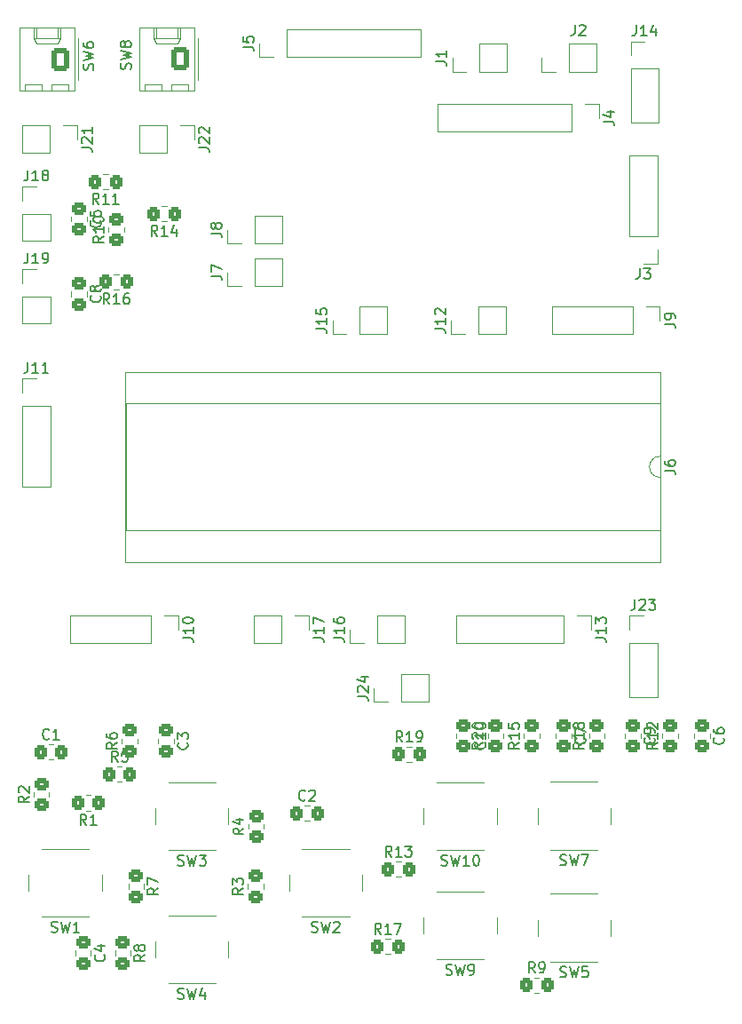
<source format=gto>
G04 #@! TF.GenerationSoftware,KiCad,Pcbnew,(6.0.10)*
G04 #@! TF.CreationDate,2023-02-06T13:34:11-03:00*
G04 #@! TF.ProjectId,Core_HW,436f7265-5f48-4572-9e6b-696361645f70,rev?*
G04 #@! TF.SameCoordinates,Original*
G04 #@! TF.FileFunction,Legend,Top*
G04 #@! TF.FilePolarity,Positive*
%FSLAX46Y46*%
G04 Gerber Fmt 4.6, Leading zero omitted, Abs format (unit mm)*
G04 Created by KiCad (PCBNEW (6.0.10)) date 2023-02-06 13:34:11*
%MOMM*%
%LPD*%
G01*
G04 APERTURE LIST*
G04 Aperture macros list*
%AMRoundRect*
0 Rectangle with rounded corners*
0 $1 Rounding radius*
0 $2 $3 $4 $5 $6 $7 $8 $9 X,Y pos of 4 corners*
0 Add a 4 corners polygon primitive as box body*
4,1,4,$2,$3,$4,$5,$6,$7,$8,$9,$2,$3,0*
0 Add four circle primitives for the rounded corners*
1,1,$1+$1,$2,$3*
1,1,$1+$1,$4,$5*
1,1,$1+$1,$6,$7*
1,1,$1+$1,$8,$9*
0 Add four rect primitives between the rounded corners*
20,1,$1+$1,$2,$3,$4,$5,0*
20,1,$1+$1,$4,$5,$6,$7,0*
20,1,$1+$1,$6,$7,$8,$9,0*
20,1,$1+$1,$8,$9,$2,$3,0*%
G04 Aperture macros list end*
%ADD10C,0.150000*%
%ADD11C,0.120000*%
%ADD12RoundRect,0.250000X-0.450000X0.350000X-0.450000X-0.350000X0.450000X-0.350000X0.450000X0.350000X0*%
%ADD13R,1.700000X1.700000*%
%ADD14O,1.700000X1.700000*%
%ADD15C,2.000000*%
%ADD16RoundRect,0.250000X-0.350000X-0.450000X0.350000X-0.450000X0.350000X0.450000X-0.350000X0.450000X0*%
%ADD17R,1.600000X2.400000*%
%ADD18O,1.600000X2.400000*%
%ADD19RoundRect,0.250000X0.350000X0.450000X-0.350000X0.450000X-0.350000X-0.450000X0.350000X-0.450000X0*%
%ADD20RoundRect,0.250000X0.450000X-0.350000X0.450000X0.350000X-0.450000X0.350000X-0.450000X-0.350000X0*%
%ADD21RoundRect,0.250000X0.620000X0.845000X-0.620000X0.845000X-0.620000X-0.845000X0.620000X-0.845000X0*%
%ADD22O,1.740000X2.190000*%
G04 APERTURE END LIST*
D10*
X101575142Y-96702666D02*
X101622761Y-96750285D01*
X101670380Y-96893142D01*
X101670380Y-96988380D01*
X101622761Y-97131238D01*
X101527523Y-97226476D01*
X101432285Y-97274095D01*
X101241809Y-97321714D01*
X101098952Y-97321714D01*
X100908476Y-97274095D01*
X100813238Y-97226476D01*
X100718000Y-97131238D01*
X100670380Y-96988380D01*
X100670380Y-96893142D01*
X100718000Y-96750285D01*
X100765619Y-96702666D01*
X101098952Y-96131238D02*
X101051333Y-96226476D01*
X101003714Y-96274095D01*
X100908476Y-96321714D01*
X100860857Y-96321714D01*
X100765619Y-96274095D01*
X100718000Y-96226476D01*
X100670380Y-96131238D01*
X100670380Y-95940761D01*
X100718000Y-95845523D01*
X100765619Y-95797904D01*
X100860857Y-95750285D01*
X100908476Y-95750285D01*
X101003714Y-95797904D01*
X101051333Y-95845523D01*
X101098952Y-95940761D01*
X101098952Y-96131238D01*
X101146571Y-96226476D01*
X101194190Y-96274095D01*
X101289428Y-96321714D01*
X101479904Y-96321714D01*
X101575142Y-96274095D01*
X101622761Y-96226476D01*
X101670380Y-96131238D01*
X101670380Y-95940761D01*
X101622761Y-95845523D01*
X101575142Y-95797904D01*
X101479904Y-95750285D01*
X101289428Y-95750285D01*
X101194190Y-95797904D01*
X101146571Y-95845523D01*
X101098952Y-95940761D01*
X105861380Y-159551666D02*
X105385190Y-159885000D01*
X105861380Y-160123095D02*
X104861380Y-160123095D01*
X104861380Y-159742142D01*
X104909000Y-159646904D01*
X104956619Y-159599285D01*
X105051857Y-159551666D01*
X105194714Y-159551666D01*
X105289952Y-159599285D01*
X105337571Y-159646904D01*
X105385190Y-159742142D01*
X105385190Y-160123095D01*
X105289952Y-158980238D02*
X105242333Y-159075476D01*
X105194714Y-159123095D01*
X105099476Y-159170714D01*
X105051857Y-159170714D01*
X104956619Y-159123095D01*
X104909000Y-159075476D01*
X104861380Y-158980238D01*
X104861380Y-158789761D01*
X104909000Y-158694523D01*
X104956619Y-158646904D01*
X105051857Y-158599285D01*
X105099476Y-158599285D01*
X105194714Y-158646904D01*
X105242333Y-158694523D01*
X105289952Y-158789761D01*
X105289952Y-158980238D01*
X105337571Y-159075476D01*
X105385190Y-159123095D01*
X105480428Y-159170714D01*
X105670904Y-159170714D01*
X105766142Y-159123095D01*
X105813761Y-159075476D01*
X105861380Y-158980238D01*
X105861380Y-158789761D01*
X105813761Y-158694523D01*
X105766142Y-158646904D01*
X105670904Y-158599285D01*
X105480428Y-158599285D01*
X105385190Y-158646904D01*
X105337571Y-158694523D01*
X105289952Y-158789761D01*
X112179380Y-90757333D02*
X112893666Y-90757333D01*
X113036523Y-90804952D01*
X113131761Y-90900190D01*
X113179380Y-91043047D01*
X113179380Y-91138285D01*
X112607952Y-90138285D02*
X112560333Y-90233523D01*
X112512714Y-90281142D01*
X112417476Y-90328761D01*
X112369857Y-90328761D01*
X112274619Y-90281142D01*
X112227000Y-90233523D01*
X112179380Y-90138285D01*
X112179380Y-89947809D01*
X112227000Y-89852571D01*
X112274619Y-89804952D01*
X112369857Y-89757333D01*
X112417476Y-89757333D01*
X112512714Y-89804952D01*
X112560333Y-89852571D01*
X112607952Y-89947809D01*
X112607952Y-90138285D01*
X112655571Y-90233523D01*
X112703190Y-90281142D01*
X112798428Y-90328761D01*
X112988904Y-90328761D01*
X113084142Y-90281142D01*
X113131761Y-90233523D01*
X113179380Y-90138285D01*
X113179380Y-89947809D01*
X113131761Y-89852571D01*
X113084142Y-89804952D01*
X112988904Y-89757333D01*
X112798428Y-89757333D01*
X112703190Y-89804952D01*
X112655571Y-89852571D01*
X112607952Y-89947809D01*
X153082666Y-94101380D02*
X153082666Y-94815666D01*
X153035047Y-94958523D01*
X152939809Y-95053761D01*
X152796952Y-95101380D01*
X152701714Y-95101380D01*
X153463619Y-94101380D02*
X154082666Y-94101380D01*
X153749333Y-94482333D01*
X153892190Y-94482333D01*
X153987428Y-94529952D01*
X154035047Y-94577571D01*
X154082666Y-94672809D01*
X154082666Y-94910904D01*
X154035047Y-95006142D01*
X153987428Y-95053761D01*
X153892190Y-95101380D01*
X153606476Y-95101380D01*
X153511238Y-95053761D01*
X153463619Y-95006142D01*
X109006666Y-150994761D02*
X109149523Y-151042380D01*
X109387619Y-151042380D01*
X109482857Y-150994761D01*
X109530476Y-150947142D01*
X109578095Y-150851904D01*
X109578095Y-150756666D01*
X109530476Y-150661428D01*
X109482857Y-150613809D01*
X109387619Y-150566190D01*
X109197142Y-150518571D01*
X109101904Y-150470952D01*
X109054285Y-150423333D01*
X109006666Y-150328095D01*
X109006666Y-150232857D01*
X109054285Y-150137619D01*
X109101904Y-150090000D01*
X109197142Y-150042380D01*
X109435238Y-150042380D01*
X109578095Y-150090000D01*
X109911428Y-150042380D02*
X110149523Y-151042380D01*
X110340000Y-150328095D01*
X110530476Y-151042380D01*
X110768571Y-150042380D01*
X111054285Y-150042380D02*
X111673333Y-150042380D01*
X111340000Y-150423333D01*
X111482857Y-150423333D01*
X111578095Y-150470952D01*
X111625714Y-150518571D01*
X111673333Y-150613809D01*
X111673333Y-150851904D01*
X111625714Y-150947142D01*
X111578095Y-150994761D01*
X111482857Y-151042380D01*
X111197142Y-151042380D01*
X111101904Y-150994761D01*
X111054285Y-150947142D01*
X134608666Y-161408761D02*
X134751523Y-161456380D01*
X134989619Y-161456380D01*
X135084857Y-161408761D01*
X135132476Y-161361142D01*
X135180095Y-161265904D01*
X135180095Y-161170666D01*
X135132476Y-161075428D01*
X135084857Y-161027809D01*
X134989619Y-160980190D01*
X134799142Y-160932571D01*
X134703904Y-160884952D01*
X134656285Y-160837333D01*
X134608666Y-160742095D01*
X134608666Y-160646857D01*
X134656285Y-160551619D01*
X134703904Y-160504000D01*
X134799142Y-160456380D01*
X135037238Y-160456380D01*
X135180095Y-160504000D01*
X135513428Y-160456380D02*
X135751523Y-161456380D01*
X135942000Y-160742095D01*
X136132476Y-161456380D01*
X136370571Y-160456380D01*
X136799142Y-161456380D02*
X136989619Y-161456380D01*
X137084857Y-161408761D01*
X137132476Y-161361142D01*
X137227714Y-161218285D01*
X137275333Y-161027809D01*
X137275333Y-160646857D01*
X137227714Y-160551619D01*
X137180095Y-160504000D01*
X137084857Y-160456380D01*
X136894380Y-160456380D01*
X136799142Y-160504000D01*
X136751523Y-160551619D01*
X136703904Y-160646857D01*
X136703904Y-160884952D01*
X136751523Y-160980190D01*
X136799142Y-161027809D01*
X136894380Y-161075428D01*
X137084857Y-161075428D01*
X137180095Y-161027809D01*
X137227714Y-160980190D01*
X137275333Y-160884952D01*
X128389142Y-157552380D02*
X128055809Y-157076190D01*
X127817714Y-157552380D02*
X127817714Y-156552380D01*
X128198666Y-156552380D01*
X128293904Y-156600000D01*
X128341523Y-156647619D01*
X128389142Y-156742857D01*
X128389142Y-156885714D01*
X128341523Y-156980952D01*
X128293904Y-157028571D01*
X128198666Y-157076190D01*
X127817714Y-157076190D01*
X129341523Y-157552380D02*
X128770095Y-157552380D01*
X129055809Y-157552380D02*
X129055809Y-156552380D01*
X128960571Y-156695238D01*
X128865333Y-156790476D01*
X128770095Y-156838095D01*
X129674857Y-156552380D02*
X130341523Y-156552380D01*
X129912952Y-157552380D01*
X129405142Y-150186380D02*
X129071809Y-149710190D01*
X128833714Y-150186380D02*
X128833714Y-149186380D01*
X129214666Y-149186380D01*
X129309904Y-149234000D01*
X129357523Y-149281619D01*
X129405142Y-149376857D01*
X129405142Y-149519714D01*
X129357523Y-149614952D01*
X129309904Y-149662571D01*
X129214666Y-149710190D01*
X128833714Y-149710190D01*
X130357523Y-150186380D02*
X129786095Y-150186380D01*
X130071809Y-150186380D02*
X130071809Y-149186380D01*
X129976571Y-149329238D01*
X129881333Y-149424476D01*
X129786095Y-149472095D01*
X130690857Y-149186380D02*
X131309904Y-149186380D01*
X130976571Y-149567333D01*
X131119428Y-149567333D01*
X131214666Y-149614952D01*
X131262285Y-149662571D01*
X131309904Y-149757809D01*
X131309904Y-149995904D01*
X131262285Y-150091142D01*
X131214666Y-150138761D01*
X131119428Y-150186380D01*
X130833714Y-150186380D01*
X130738476Y-150138761D01*
X130690857Y-150091142D01*
X155452380Y-113363333D02*
X156166666Y-113363333D01*
X156309523Y-113410952D01*
X156404761Y-113506190D01*
X156452380Y-113649047D01*
X156452380Y-113744285D01*
X155452380Y-112458571D02*
X155452380Y-112649047D01*
X155500000Y-112744285D01*
X155547619Y-112791904D01*
X155690476Y-112887142D01*
X155880952Y-112934761D01*
X156261904Y-112934761D01*
X156357142Y-112887142D01*
X156404761Y-112839523D01*
X156452380Y-112744285D01*
X156452380Y-112553809D01*
X156404761Y-112458571D01*
X156357142Y-112410952D01*
X156261904Y-112363333D01*
X156023809Y-112363333D01*
X155928571Y-112410952D01*
X155880952Y-112458571D01*
X155833333Y-112553809D01*
X155833333Y-112744285D01*
X155880952Y-112839523D01*
X155928571Y-112887142D01*
X156023809Y-112934761D01*
X123863380Y-129333523D02*
X124577666Y-129333523D01*
X124720523Y-129381142D01*
X124815761Y-129476380D01*
X124863380Y-129619238D01*
X124863380Y-129714476D01*
X124863380Y-128333523D02*
X124863380Y-128904952D01*
X124863380Y-128619238D02*
X123863380Y-128619238D01*
X124006238Y-128714476D01*
X124101476Y-128809714D01*
X124149095Y-128904952D01*
X123863380Y-127476380D02*
X123863380Y-127666857D01*
X123911000Y-127762095D01*
X123958619Y-127809714D01*
X124101476Y-127904952D01*
X124291952Y-127952571D01*
X124672904Y-127952571D01*
X124768142Y-127904952D01*
X124815761Y-127857333D01*
X124863380Y-127762095D01*
X124863380Y-127571619D01*
X124815761Y-127476380D01*
X124768142Y-127428761D01*
X124672904Y-127381142D01*
X124434809Y-127381142D01*
X124339571Y-127428761D01*
X124291952Y-127476380D01*
X124244333Y-127571619D01*
X124244333Y-127762095D01*
X124291952Y-127857333D01*
X124339571Y-127904952D01*
X124434809Y-127952571D01*
X146885066Y-70902580D02*
X146885066Y-71616866D01*
X146837447Y-71759723D01*
X146742209Y-71854961D01*
X146599352Y-71902580D01*
X146504114Y-71902580D01*
X147313638Y-70997819D02*
X147361257Y-70950200D01*
X147456495Y-70902580D01*
X147694590Y-70902580D01*
X147789828Y-70950200D01*
X147837447Y-70997819D01*
X147885066Y-71093057D01*
X147885066Y-71188295D01*
X147837447Y-71331152D01*
X147266019Y-71902580D01*
X147885066Y-71902580D01*
X100290333Y-147172380D02*
X99957000Y-146696190D01*
X99718904Y-147172380D02*
X99718904Y-146172380D01*
X100099857Y-146172380D01*
X100195095Y-146220000D01*
X100242714Y-146267619D01*
X100290333Y-146362857D01*
X100290333Y-146505714D01*
X100242714Y-146600952D01*
X100195095Y-146648571D01*
X100099857Y-146696190D01*
X99718904Y-146696190D01*
X101242714Y-147172380D02*
X100671285Y-147172380D01*
X100957000Y-147172380D02*
X100957000Y-146172380D01*
X100861761Y-146315238D01*
X100766523Y-146410476D01*
X100671285Y-146458095D01*
X148843380Y-129333523D02*
X149557666Y-129333523D01*
X149700523Y-129381142D01*
X149795761Y-129476380D01*
X149843380Y-129619238D01*
X149843380Y-129714476D01*
X149843380Y-128333523D02*
X149843380Y-128904952D01*
X149843380Y-128619238D02*
X148843380Y-128619238D01*
X148986238Y-128714476D01*
X149081476Y-128809714D01*
X149129095Y-128904952D01*
X148843380Y-128000190D02*
X148843380Y-127381142D01*
X149224333Y-127714476D01*
X149224333Y-127571619D01*
X149271952Y-127476380D01*
X149319571Y-127428761D01*
X149414809Y-127381142D01*
X149652904Y-127381142D01*
X149748142Y-127428761D01*
X149795761Y-127476380D01*
X149843380Y-127571619D01*
X149843380Y-127857333D01*
X149795761Y-127952571D01*
X149748142Y-128000190D01*
X94694476Y-103050380D02*
X94694476Y-103764666D01*
X94646857Y-103907523D01*
X94551619Y-104002761D01*
X94408761Y-104050380D01*
X94313523Y-104050380D01*
X95694476Y-104050380D02*
X95123047Y-104050380D01*
X95408761Y-104050380D02*
X95408761Y-103050380D01*
X95313523Y-103193238D01*
X95218285Y-103288476D01*
X95123047Y-103336095D01*
X96646857Y-104050380D02*
X96075428Y-104050380D01*
X96361142Y-104050380D02*
X96361142Y-103050380D01*
X96265904Y-103193238D01*
X96170666Y-103288476D01*
X96075428Y-103336095D01*
X147803142Y-138850666D02*
X147850761Y-138898285D01*
X147898380Y-139041142D01*
X147898380Y-139136380D01*
X147850761Y-139279238D01*
X147755523Y-139374476D01*
X147660285Y-139422095D01*
X147469809Y-139469714D01*
X147326952Y-139469714D01*
X147136476Y-139422095D01*
X147041238Y-139374476D01*
X146946000Y-139279238D01*
X146898380Y-139136380D01*
X146898380Y-139041142D01*
X146946000Y-138898285D01*
X146993619Y-138850666D01*
X146898380Y-138517333D02*
X146898380Y-137850666D01*
X147898380Y-138279238D01*
X99826380Y-82597523D02*
X100540666Y-82597523D01*
X100683523Y-82645142D01*
X100778761Y-82740380D01*
X100826380Y-82883238D01*
X100826380Y-82978476D01*
X99921619Y-82168952D02*
X99874000Y-82121333D01*
X99826380Y-82026095D01*
X99826380Y-81788000D01*
X99874000Y-81692761D01*
X99921619Y-81645142D01*
X100016857Y-81597523D01*
X100112095Y-81597523D01*
X100254952Y-81645142D01*
X100826380Y-82216571D01*
X100826380Y-81597523D01*
X100826380Y-80645142D02*
X100826380Y-81216571D01*
X100826380Y-80930857D02*
X99826380Y-80930857D01*
X99969238Y-81026095D01*
X100064476Y-81121333D01*
X100112095Y-81216571D01*
X94804380Y-144438666D02*
X94328190Y-144772000D01*
X94804380Y-145010095D02*
X93804380Y-145010095D01*
X93804380Y-144629142D01*
X93852000Y-144533904D01*
X93899619Y-144486285D01*
X93994857Y-144438666D01*
X94137714Y-144438666D01*
X94232952Y-144486285D01*
X94280571Y-144533904D01*
X94328190Y-144629142D01*
X94328190Y-145010095D01*
X93899619Y-144057714D02*
X93852000Y-144010095D01*
X93804380Y-143914857D01*
X93804380Y-143676761D01*
X93852000Y-143581523D01*
X93899619Y-143533904D01*
X93994857Y-143486285D01*
X94090095Y-143486285D01*
X94232952Y-143533904D01*
X94804380Y-144105333D01*
X94804380Y-143486285D01*
X145478666Y-150958761D02*
X145621523Y-151006380D01*
X145859619Y-151006380D01*
X145954857Y-150958761D01*
X146002476Y-150911142D01*
X146050095Y-150815904D01*
X146050095Y-150720666D01*
X146002476Y-150625428D01*
X145954857Y-150577809D01*
X145859619Y-150530190D01*
X145669142Y-150482571D01*
X145573904Y-150434952D01*
X145526285Y-150387333D01*
X145478666Y-150292095D01*
X145478666Y-150196857D01*
X145526285Y-150101619D01*
X145573904Y-150054000D01*
X145669142Y-150006380D01*
X145907238Y-150006380D01*
X146050095Y-150054000D01*
X146383428Y-150006380D02*
X146621523Y-151006380D01*
X146812000Y-150292095D01*
X147002476Y-151006380D01*
X147240571Y-150006380D01*
X147526285Y-150006380D02*
X148192952Y-150006380D01*
X147764380Y-151006380D01*
X122212380Y-99869523D02*
X122926666Y-99869523D01*
X123069523Y-99917142D01*
X123164761Y-100012380D01*
X123212380Y-100155238D01*
X123212380Y-100250476D01*
X123212380Y-98869523D02*
X123212380Y-99440952D01*
X123212380Y-99155238D02*
X122212380Y-99155238D01*
X122355238Y-99250476D01*
X122450476Y-99345714D01*
X122498095Y-99440952D01*
X122212380Y-97964761D02*
X122212380Y-98440952D01*
X122688571Y-98488571D01*
X122640952Y-98440952D01*
X122593333Y-98345714D01*
X122593333Y-98107619D01*
X122640952Y-98012380D01*
X122688571Y-97964761D01*
X122783809Y-97917142D01*
X123021904Y-97917142D01*
X123117142Y-97964761D01*
X123164761Y-98012380D01*
X123212380Y-98107619D01*
X123212380Y-98345714D01*
X123164761Y-98440952D01*
X123117142Y-98488571D01*
X94694476Y-84747380D02*
X94694476Y-85461666D01*
X94646857Y-85604523D01*
X94551619Y-85699761D01*
X94408761Y-85747380D01*
X94313523Y-85747380D01*
X95694476Y-85747380D02*
X95123047Y-85747380D01*
X95408761Y-85747380D02*
X95408761Y-84747380D01*
X95313523Y-84890238D01*
X95218285Y-84985476D01*
X95123047Y-85033095D01*
X96265904Y-85175952D02*
X96170666Y-85128333D01*
X96123047Y-85080714D01*
X96075428Y-84985476D01*
X96075428Y-84937857D01*
X96123047Y-84842619D01*
X96170666Y-84795000D01*
X96265904Y-84747380D01*
X96456380Y-84747380D01*
X96551619Y-84795000D01*
X96599238Y-84842619D01*
X96646857Y-84937857D01*
X96646857Y-84985476D01*
X96599238Y-85080714D01*
X96551619Y-85128333D01*
X96456380Y-85175952D01*
X96265904Y-85175952D01*
X96170666Y-85223571D01*
X96123047Y-85271190D01*
X96075428Y-85366428D01*
X96075428Y-85556904D01*
X96123047Y-85652142D01*
X96170666Y-85699761D01*
X96265904Y-85747380D01*
X96456380Y-85747380D01*
X96551619Y-85699761D01*
X96599238Y-85652142D01*
X96646857Y-85556904D01*
X96646857Y-85366428D01*
X96599238Y-85271190D01*
X96551619Y-85223571D01*
X96456380Y-85175952D01*
X133515380Y-99869523D02*
X134229666Y-99869523D01*
X134372523Y-99917142D01*
X134467761Y-100012380D01*
X134515380Y-100155238D01*
X134515380Y-100250476D01*
X134515380Y-98869523D02*
X134515380Y-99440952D01*
X134515380Y-99155238D02*
X133515380Y-99155238D01*
X133658238Y-99250476D01*
X133753476Y-99345714D01*
X133801095Y-99440952D01*
X133610619Y-98488571D02*
X133563000Y-98440952D01*
X133515380Y-98345714D01*
X133515380Y-98107619D01*
X133563000Y-98012380D01*
X133610619Y-97964761D01*
X133705857Y-97917142D01*
X133801095Y-97917142D01*
X133943952Y-97964761D01*
X134515380Y-98536190D01*
X134515380Y-97917142D01*
X109006666Y-163694761D02*
X109149523Y-163742380D01*
X109387619Y-163742380D01*
X109482857Y-163694761D01*
X109530476Y-163647142D01*
X109578095Y-163551904D01*
X109578095Y-163456666D01*
X109530476Y-163361428D01*
X109482857Y-163313809D01*
X109387619Y-163266190D01*
X109197142Y-163218571D01*
X109101904Y-163170952D01*
X109054285Y-163123333D01*
X109006666Y-163028095D01*
X109006666Y-162932857D01*
X109054285Y-162837619D01*
X109101904Y-162790000D01*
X109197142Y-162742380D01*
X109435238Y-162742380D01*
X109578095Y-162790000D01*
X109911428Y-162742380D02*
X110149523Y-163742380D01*
X110340000Y-163028095D01*
X110530476Y-163742380D01*
X110768571Y-162742380D01*
X111578095Y-163075714D02*
X111578095Y-163742380D01*
X111340000Y-162694761D02*
X111101904Y-163409047D01*
X111720952Y-163409047D01*
X102481142Y-97489380D02*
X102147809Y-97013190D01*
X101909714Y-97489380D02*
X101909714Y-96489380D01*
X102290666Y-96489380D01*
X102385904Y-96537000D01*
X102433523Y-96584619D01*
X102481142Y-96679857D01*
X102481142Y-96822714D01*
X102433523Y-96917952D01*
X102385904Y-96965571D01*
X102290666Y-97013190D01*
X101909714Y-97013190D01*
X103433523Y-97489380D02*
X102862095Y-97489380D01*
X103147809Y-97489380D02*
X103147809Y-96489380D01*
X103052571Y-96632238D01*
X102957333Y-96727476D01*
X102862095Y-96775095D01*
X104290666Y-96489380D02*
X104100190Y-96489380D01*
X104004952Y-96537000D01*
X103957333Y-96584619D01*
X103862095Y-96727476D01*
X103814476Y-96917952D01*
X103814476Y-97298904D01*
X103862095Y-97394142D01*
X103909714Y-97441761D01*
X104004952Y-97489380D01*
X104195428Y-97489380D01*
X104290666Y-97441761D01*
X104338285Y-97394142D01*
X104385904Y-97298904D01*
X104385904Y-97060809D01*
X104338285Y-96965571D01*
X104290666Y-96917952D01*
X104195428Y-96870333D01*
X104004952Y-96870333D01*
X103909714Y-96917952D01*
X103862095Y-96965571D01*
X103814476Y-97060809D01*
X101575142Y-89558666D02*
X101622761Y-89606285D01*
X101670380Y-89749142D01*
X101670380Y-89844380D01*
X101622761Y-89987238D01*
X101527523Y-90082476D01*
X101432285Y-90130095D01*
X101241809Y-90177714D01*
X101098952Y-90177714D01*
X100908476Y-90130095D01*
X100813238Y-90082476D01*
X100718000Y-89987238D01*
X100670380Y-89844380D01*
X100670380Y-89749142D01*
X100718000Y-89606285D01*
X100765619Y-89558666D01*
X100670380Y-88653904D02*
X100670380Y-89130095D01*
X101146571Y-89177714D01*
X101098952Y-89130095D01*
X101051333Y-89034857D01*
X101051333Y-88796761D01*
X101098952Y-88701523D01*
X101146571Y-88653904D01*
X101241809Y-88606285D01*
X101479904Y-88606285D01*
X101575142Y-88653904D01*
X101622761Y-88701523D01*
X101670380Y-88796761D01*
X101670380Y-89034857D01*
X101622761Y-89130095D01*
X101575142Y-89177714D01*
X149610380Y-80089333D02*
X150324666Y-80089333D01*
X150467523Y-80136952D01*
X150562761Y-80232190D01*
X150610380Y-80375047D01*
X150610380Y-80470285D01*
X149943714Y-79184571D02*
X150610380Y-79184571D01*
X149562761Y-79422666D02*
X150277047Y-79660761D01*
X150277047Y-79041714D01*
X121924380Y-129333523D02*
X122638666Y-129333523D01*
X122781523Y-129381142D01*
X122876761Y-129476380D01*
X122924380Y-129619238D01*
X122924380Y-129714476D01*
X122924380Y-128333523D02*
X122924380Y-128904952D01*
X122924380Y-128619238D02*
X121924380Y-128619238D01*
X122067238Y-128714476D01*
X122162476Y-128809714D01*
X122210095Y-128904952D01*
X121924380Y-128000190D02*
X121924380Y-127333523D01*
X122924380Y-127762095D01*
X138268142Y-139326857D02*
X138315761Y-139374476D01*
X138363380Y-139517333D01*
X138363380Y-139612571D01*
X138315761Y-139755428D01*
X138220523Y-139850666D01*
X138125285Y-139898285D01*
X137934809Y-139945904D01*
X137791952Y-139945904D01*
X137601476Y-139898285D01*
X137506238Y-139850666D01*
X137411000Y-139755428D01*
X137363380Y-139612571D01*
X137363380Y-139517333D01*
X137411000Y-139374476D01*
X137458619Y-139326857D01*
X138363380Y-138374476D02*
X138363380Y-138945904D01*
X138363380Y-138660190D02*
X137363380Y-138660190D01*
X137506238Y-138755428D01*
X137601476Y-138850666D01*
X137649095Y-138945904D01*
X137363380Y-137755428D02*
X137363380Y-137660190D01*
X137411000Y-137564952D01*
X137458619Y-137517333D01*
X137553857Y-137469714D01*
X137744333Y-137422095D01*
X137982428Y-137422095D01*
X138172904Y-137469714D01*
X138268142Y-137517333D01*
X138315761Y-137564952D01*
X138363380Y-137660190D01*
X138363380Y-137755428D01*
X138315761Y-137850666D01*
X138268142Y-137898285D01*
X138172904Y-137945904D01*
X137982428Y-137993523D01*
X137744333Y-137993523D01*
X137553857Y-137945904D01*
X137458619Y-137898285D01*
X137411000Y-137850666D01*
X137363380Y-137755428D01*
X143073333Y-161245380D02*
X142740000Y-160769190D01*
X142501904Y-161245380D02*
X142501904Y-160245380D01*
X142882857Y-160245380D01*
X142978095Y-160293000D01*
X143025714Y-160340619D01*
X143073333Y-160435857D01*
X143073333Y-160578714D01*
X143025714Y-160673952D01*
X142978095Y-160721571D01*
X142882857Y-160769190D01*
X142501904Y-160769190D01*
X143549523Y-161245380D02*
X143740000Y-161245380D01*
X143835238Y-161197761D01*
X143882857Y-161150142D01*
X143978095Y-161007285D01*
X144025714Y-160816809D01*
X144025714Y-160435857D01*
X143978095Y-160340619D01*
X143930476Y-160293000D01*
X143835238Y-160245380D01*
X143644761Y-160245380D01*
X143549523Y-160293000D01*
X143501904Y-160340619D01*
X143454285Y-160435857D01*
X143454285Y-160673952D01*
X143501904Y-160769190D01*
X143549523Y-160816809D01*
X143644761Y-160864428D01*
X143835238Y-160864428D01*
X143930476Y-160816809D01*
X143978095Y-160769190D01*
X144025714Y-160673952D01*
X103272333Y-141137380D02*
X102939000Y-140661190D01*
X102700904Y-141137380D02*
X102700904Y-140137380D01*
X103081857Y-140137380D01*
X103177095Y-140185000D01*
X103224714Y-140232619D01*
X103272333Y-140327857D01*
X103272333Y-140470714D01*
X103224714Y-140565952D01*
X103177095Y-140613571D01*
X103081857Y-140661190D01*
X102700904Y-140661190D01*
X104177095Y-140137380D02*
X103700904Y-140137380D01*
X103653285Y-140613571D01*
X103700904Y-140565952D01*
X103796142Y-140518333D01*
X104034238Y-140518333D01*
X104129476Y-140565952D01*
X104177095Y-140613571D01*
X104224714Y-140708809D01*
X104224714Y-140946904D01*
X104177095Y-141042142D01*
X104129476Y-141089761D01*
X104034238Y-141137380D01*
X103796142Y-141137380D01*
X103700904Y-141089761D01*
X103653285Y-141042142D01*
X154407142Y-138850666D02*
X154454761Y-138898285D01*
X154502380Y-139041142D01*
X154502380Y-139136380D01*
X154454761Y-139279238D01*
X154359523Y-139374476D01*
X154264285Y-139422095D01*
X154073809Y-139469714D01*
X153930952Y-139469714D01*
X153740476Y-139422095D01*
X153645238Y-139374476D01*
X153550000Y-139279238D01*
X153502380Y-139136380D01*
X153502380Y-139041142D01*
X153550000Y-138898285D01*
X153597619Y-138850666D01*
X154502380Y-138374476D02*
X154502380Y-138184000D01*
X154454761Y-138088761D01*
X154407142Y-138041142D01*
X154264285Y-137945904D01*
X154073809Y-137898285D01*
X153692857Y-137898285D01*
X153597619Y-137945904D01*
X153550000Y-137993523D01*
X153502380Y-138088761D01*
X153502380Y-138279238D01*
X153550000Y-138374476D01*
X153597619Y-138422095D01*
X153692857Y-138469714D01*
X153930952Y-138469714D01*
X154026190Y-138422095D01*
X154073809Y-138374476D01*
X154121428Y-138279238D01*
X154121428Y-138088761D01*
X154073809Y-137993523D01*
X154026190Y-137945904D01*
X153930952Y-137898285D01*
X145478666Y-161626761D02*
X145621523Y-161674380D01*
X145859619Y-161674380D01*
X145954857Y-161626761D01*
X146002476Y-161579142D01*
X146050095Y-161483904D01*
X146050095Y-161388666D01*
X146002476Y-161293428D01*
X145954857Y-161245809D01*
X145859619Y-161198190D01*
X145669142Y-161150571D01*
X145573904Y-161102952D01*
X145526285Y-161055333D01*
X145478666Y-160960095D01*
X145478666Y-160864857D01*
X145526285Y-160769619D01*
X145573904Y-160722000D01*
X145669142Y-160674380D01*
X145907238Y-160674380D01*
X146050095Y-160722000D01*
X146383428Y-160674380D02*
X146621523Y-161674380D01*
X146812000Y-160960095D01*
X147002476Y-161674380D01*
X147240571Y-160674380D01*
X148097714Y-160674380D02*
X147621523Y-160674380D01*
X147573904Y-161150571D01*
X147621523Y-161102952D01*
X147716761Y-161055333D01*
X147954857Y-161055333D01*
X148050095Y-161102952D01*
X148097714Y-161150571D01*
X148145333Y-161245809D01*
X148145333Y-161483904D01*
X148097714Y-161579142D01*
X148050095Y-161626761D01*
X147954857Y-161674380D01*
X147716761Y-161674380D01*
X147621523Y-161626761D01*
X147573904Y-161579142D01*
X109891142Y-139326666D02*
X109938761Y-139374285D01*
X109986380Y-139517142D01*
X109986380Y-139612380D01*
X109938761Y-139755238D01*
X109843523Y-139850476D01*
X109748285Y-139898095D01*
X109557809Y-139945714D01*
X109414952Y-139945714D01*
X109224476Y-139898095D01*
X109129238Y-139850476D01*
X109034000Y-139755238D01*
X108986380Y-139612380D01*
X108986380Y-139517142D01*
X109034000Y-139374285D01*
X109081619Y-139326666D01*
X108986380Y-138993333D02*
X108986380Y-138374285D01*
X109367333Y-138707619D01*
X109367333Y-138564761D01*
X109414952Y-138469523D01*
X109462571Y-138421904D01*
X109557809Y-138374285D01*
X109795904Y-138374285D01*
X109891142Y-138421904D01*
X109938761Y-138469523D01*
X109986380Y-138564761D01*
X109986380Y-138850476D01*
X109938761Y-138945714D01*
X109891142Y-138993333D01*
X107053142Y-91002380D02*
X106719809Y-90526190D01*
X106481714Y-91002380D02*
X106481714Y-90002380D01*
X106862666Y-90002380D01*
X106957904Y-90050000D01*
X107005523Y-90097619D01*
X107053142Y-90192857D01*
X107053142Y-90335714D01*
X107005523Y-90430952D01*
X106957904Y-90478571D01*
X106862666Y-90526190D01*
X106481714Y-90526190D01*
X108005523Y-91002380D02*
X107434095Y-91002380D01*
X107719809Y-91002380D02*
X107719809Y-90002380D01*
X107624571Y-90145238D01*
X107529333Y-90240476D01*
X107434095Y-90288095D01*
X108862666Y-90335714D02*
X108862666Y-91002380D01*
X108624571Y-89954761D02*
X108386476Y-90669047D01*
X109005523Y-90669047D01*
X109478380Y-129333523D02*
X110192666Y-129333523D01*
X110335523Y-129381142D01*
X110430761Y-129476380D01*
X110478380Y-129619238D01*
X110478380Y-129714476D01*
X110478380Y-128333523D02*
X110478380Y-128904952D01*
X110478380Y-128619238D02*
X109478380Y-128619238D01*
X109621238Y-128714476D01*
X109716476Y-128809714D01*
X109764095Y-128904952D01*
X109478380Y-127714476D02*
X109478380Y-127619238D01*
X109526000Y-127524000D01*
X109573619Y-127476380D01*
X109668857Y-127428761D01*
X109859333Y-127381142D01*
X110097428Y-127381142D01*
X110287904Y-127428761D01*
X110383142Y-127476380D01*
X110430761Y-127524000D01*
X110478380Y-127619238D01*
X110478380Y-127714476D01*
X110430761Y-127809714D01*
X110383142Y-127857333D01*
X110287904Y-127904952D01*
X110097428Y-127952571D01*
X109859333Y-127952571D01*
X109668857Y-127904952D01*
X109573619Y-127857333D01*
X109526000Y-127809714D01*
X109478380Y-127714476D01*
X96734333Y-138915142D02*
X96686714Y-138962761D01*
X96543857Y-139010380D01*
X96448619Y-139010380D01*
X96305761Y-138962761D01*
X96210523Y-138867523D01*
X96162904Y-138772285D01*
X96115285Y-138581809D01*
X96115285Y-138438952D01*
X96162904Y-138248476D01*
X96210523Y-138153238D01*
X96305761Y-138058000D01*
X96448619Y-138010380D01*
X96543857Y-138010380D01*
X96686714Y-138058000D01*
X96734333Y-138105619D01*
X97686714Y-139010380D02*
X97115285Y-139010380D01*
X97401000Y-139010380D02*
X97401000Y-138010380D01*
X97305761Y-138153238D01*
X97210523Y-138248476D01*
X97115285Y-138296095D01*
X111002380Y-82597523D02*
X111716666Y-82597523D01*
X111859523Y-82645142D01*
X111954761Y-82740380D01*
X112002380Y-82883238D01*
X112002380Y-82978476D01*
X111097619Y-82168952D02*
X111050000Y-82121333D01*
X111002380Y-82026095D01*
X111002380Y-81788000D01*
X111050000Y-81692761D01*
X111097619Y-81645142D01*
X111192857Y-81597523D01*
X111288095Y-81597523D01*
X111430952Y-81645142D01*
X112002380Y-82216571D01*
X112002380Y-81597523D01*
X111097619Y-81216571D02*
X111050000Y-81168952D01*
X111002380Y-81073714D01*
X111002380Y-80835619D01*
X111050000Y-80740380D01*
X111097619Y-80692761D01*
X111192857Y-80645142D01*
X111288095Y-80645142D01*
X111430952Y-80692761D01*
X112002380Y-81264190D01*
X112002380Y-80645142D01*
X130421142Y-139244380D02*
X130087809Y-138768190D01*
X129849714Y-139244380D02*
X129849714Y-138244380D01*
X130230666Y-138244380D01*
X130325904Y-138292000D01*
X130373523Y-138339619D01*
X130421142Y-138434857D01*
X130421142Y-138577714D01*
X130373523Y-138672952D01*
X130325904Y-138720571D01*
X130230666Y-138768190D01*
X129849714Y-138768190D01*
X131373523Y-139244380D02*
X130802095Y-139244380D01*
X131087809Y-139244380D02*
X131087809Y-138244380D01*
X130992571Y-138387238D01*
X130897333Y-138482476D01*
X130802095Y-138530095D01*
X131849714Y-139244380D02*
X132040190Y-139244380D01*
X132135428Y-139196761D01*
X132183047Y-139149142D01*
X132278285Y-139006285D01*
X132325904Y-138815809D01*
X132325904Y-138434857D01*
X132278285Y-138339619D01*
X132230666Y-138292000D01*
X132135428Y-138244380D01*
X131944952Y-138244380D01*
X131849714Y-138292000D01*
X131802095Y-138339619D01*
X131754476Y-138434857D01*
X131754476Y-138672952D01*
X131802095Y-138768190D01*
X131849714Y-138815809D01*
X131944952Y-138863428D01*
X132135428Y-138863428D01*
X132230666Y-138815809D01*
X132278285Y-138768190D01*
X132325904Y-138672952D01*
X115232380Y-72977333D02*
X115946666Y-72977333D01*
X116089523Y-73024952D01*
X116184761Y-73120190D01*
X116232380Y-73263047D01*
X116232380Y-73358285D01*
X115232380Y-72024952D02*
X115232380Y-72501142D01*
X115708571Y-72548761D01*
X115660952Y-72501142D01*
X115613333Y-72405904D01*
X115613333Y-72167809D01*
X115660952Y-72072571D01*
X115708571Y-72024952D01*
X115803809Y-71977333D01*
X116041904Y-71977333D01*
X116137142Y-72024952D01*
X116184761Y-72072571D01*
X116232380Y-72167809D01*
X116232380Y-72405904D01*
X116184761Y-72501142D01*
X116137142Y-72548761D01*
X141550380Y-139326857D02*
X141074190Y-139660190D01*
X141550380Y-139898285D02*
X140550380Y-139898285D01*
X140550380Y-139517333D01*
X140598000Y-139422095D01*
X140645619Y-139374476D01*
X140740857Y-139326857D01*
X140883714Y-139326857D01*
X140978952Y-139374476D01*
X141026571Y-139422095D01*
X141074190Y-139517333D01*
X141074190Y-139898285D01*
X141550380Y-138374476D02*
X141550380Y-138945904D01*
X141550380Y-138660190D02*
X140550380Y-138660190D01*
X140693238Y-138755428D01*
X140788476Y-138850666D01*
X140836095Y-138945904D01*
X140550380Y-137469714D02*
X140550380Y-137945904D01*
X141026571Y-137993523D01*
X140978952Y-137945904D01*
X140931333Y-137850666D01*
X140931333Y-137612571D01*
X140978952Y-137517333D01*
X141026571Y-137469714D01*
X141121809Y-137422095D01*
X141359904Y-137422095D01*
X141455142Y-137469714D01*
X141502761Y-137517333D01*
X141550380Y-137612571D01*
X141550380Y-137850666D01*
X141502761Y-137945904D01*
X141455142Y-137993523D01*
X115241380Y-153201666D02*
X114765190Y-153535000D01*
X115241380Y-153773095D02*
X114241380Y-153773095D01*
X114241380Y-153392142D01*
X114289000Y-153296904D01*
X114336619Y-153249285D01*
X114431857Y-153201666D01*
X114574714Y-153201666D01*
X114669952Y-153249285D01*
X114717571Y-153296904D01*
X114765190Y-153392142D01*
X114765190Y-153773095D01*
X114241380Y-152868333D02*
X114241380Y-152249285D01*
X114622333Y-152582619D01*
X114622333Y-152439761D01*
X114669952Y-152344523D01*
X114717571Y-152296904D01*
X114812809Y-152249285D01*
X115050904Y-152249285D01*
X115146142Y-152296904D01*
X115193761Y-152344523D01*
X115241380Y-152439761D01*
X115241380Y-152725476D01*
X115193761Y-152820714D01*
X115146142Y-152868333D01*
X94694476Y-92626380D02*
X94694476Y-93340666D01*
X94646857Y-93483523D01*
X94551619Y-93578761D01*
X94408761Y-93626380D01*
X94313523Y-93626380D01*
X95694476Y-93626380D02*
X95123047Y-93626380D01*
X95408761Y-93626380D02*
X95408761Y-92626380D01*
X95313523Y-92769238D01*
X95218285Y-92864476D01*
X95123047Y-92912095D01*
X96170666Y-93626380D02*
X96361142Y-93626380D01*
X96456380Y-93578761D01*
X96504000Y-93531142D01*
X96599238Y-93388285D01*
X96646857Y-93197809D01*
X96646857Y-92816857D01*
X96599238Y-92721619D01*
X96551619Y-92674000D01*
X96456380Y-92626380D01*
X96265904Y-92626380D01*
X96170666Y-92674000D01*
X96123047Y-92721619D01*
X96075428Y-92816857D01*
X96075428Y-93054952D01*
X96123047Y-93150190D01*
X96170666Y-93197809D01*
X96265904Y-93245428D01*
X96456380Y-93245428D01*
X96551619Y-93197809D01*
X96599238Y-93150190D01*
X96646857Y-93054952D01*
X134132476Y-150994761D02*
X134275333Y-151042380D01*
X134513428Y-151042380D01*
X134608666Y-150994761D01*
X134656285Y-150947142D01*
X134703904Y-150851904D01*
X134703904Y-150756666D01*
X134656285Y-150661428D01*
X134608666Y-150613809D01*
X134513428Y-150566190D01*
X134322952Y-150518571D01*
X134227714Y-150470952D01*
X134180095Y-150423333D01*
X134132476Y-150328095D01*
X134132476Y-150232857D01*
X134180095Y-150137619D01*
X134227714Y-150090000D01*
X134322952Y-150042380D01*
X134561047Y-150042380D01*
X134703904Y-150090000D01*
X135037238Y-150042380D02*
X135275333Y-151042380D01*
X135465809Y-150328095D01*
X135656285Y-151042380D01*
X135894380Y-150042380D01*
X136799142Y-151042380D02*
X136227714Y-151042380D01*
X136513428Y-151042380D02*
X136513428Y-150042380D01*
X136418190Y-150185238D01*
X136322952Y-150280476D01*
X136227714Y-150328095D01*
X137418190Y-150042380D02*
X137513428Y-150042380D01*
X137608666Y-150090000D01*
X137656285Y-150137619D01*
X137703904Y-150232857D01*
X137751523Y-150423333D01*
X137751523Y-150661428D01*
X137703904Y-150851904D01*
X137656285Y-150947142D01*
X137608666Y-150994761D01*
X137513428Y-151042380D01*
X137418190Y-151042380D01*
X137322952Y-150994761D01*
X137275333Y-150947142D01*
X137227714Y-150851904D01*
X137180095Y-150661428D01*
X137180095Y-150423333D01*
X137227714Y-150232857D01*
X137275333Y-150137619D01*
X137322952Y-150090000D01*
X137418190Y-150042380D01*
X101926380Y-91066857D02*
X101450190Y-91400190D01*
X101926380Y-91638285D02*
X100926380Y-91638285D01*
X100926380Y-91257333D01*
X100974000Y-91162095D01*
X101021619Y-91114476D01*
X101116857Y-91066857D01*
X101259714Y-91066857D01*
X101354952Y-91114476D01*
X101402571Y-91162095D01*
X101450190Y-91257333D01*
X101450190Y-91638285D01*
X101926380Y-90114476D02*
X101926380Y-90685904D01*
X101926380Y-90400190D02*
X100926380Y-90400190D01*
X101069238Y-90495428D01*
X101164476Y-90590666D01*
X101212095Y-90685904D01*
X100926380Y-89495428D02*
X100926380Y-89400190D01*
X100974000Y-89304952D01*
X101021619Y-89257333D01*
X101116857Y-89209714D01*
X101307333Y-89162095D01*
X101545428Y-89162095D01*
X101735904Y-89209714D01*
X101831142Y-89257333D01*
X101878761Y-89304952D01*
X101926380Y-89400190D01*
X101926380Y-89495428D01*
X101878761Y-89590666D01*
X101831142Y-89638285D01*
X101735904Y-89685904D01*
X101545428Y-89733523D01*
X101307333Y-89733523D01*
X101116857Y-89685904D01*
X101021619Y-89638285D01*
X100974000Y-89590666D01*
X100926380Y-89495428D01*
X133637380Y-74374333D02*
X134351666Y-74374333D01*
X134494523Y-74421952D01*
X134589761Y-74517190D01*
X134637380Y-74660047D01*
X134637380Y-74755285D01*
X134637380Y-73374333D02*
X134637380Y-73945761D01*
X134637380Y-73660047D02*
X133637380Y-73660047D01*
X133780238Y-73755285D01*
X133875476Y-73850523D01*
X133923095Y-73945761D01*
X101966142Y-159551666D02*
X102013761Y-159599285D01*
X102061380Y-159742142D01*
X102061380Y-159837380D01*
X102013761Y-159980238D01*
X101918523Y-160075476D01*
X101823285Y-160123095D01*
X101632809Y-160170714D01*
X101489952Y-160170714D01*
X101299476Y-160123095D01*
X101204238Y-160075476D01*
X101109000Y-159980238D01*
X101061380Y-159837380D01*
X101061380Y-159742142D01*
X101109000Y-159599285D01*
X101156619Y-159551666D01*
X101394714Y-158694523D02*
X102061380Y-158694523D01*
X101013761Y-158932619D02*
X101728047Y-159170714D01*
X101728047Y-158551666D01*
X115271380Y-147486666D02*
X114795190Y-147820000D01*
X115271380Y-148058095D02*
X114271380Y-148058095D01*
X114271380Y-147677142D01*
X114319000Y-147581904D01*
X114366619Y-147534285D01*
X114461857Y-147486666D01*
X114604714Y-147486666D01*
X114699952Y-147534285D01*
X114747571Y-147581904D01*
X114795190Y-147677142D01*
X114795190Y-148058095D01*
X114604714Y-146629523D02*
X115271380Y-146629523D01*
X114223761Y-146867619D02*
X114938047Y-147105714D01*
X114938047Y-146486666D01*
X107131380Y-153201666D02*
X106655190Y-153535000D01*
X107131380Y-153773095D02*
X106131380Y-153773095D01*
X106131380Y-153392142D01*
X106179000Y-153296904D01*
X106226619Y-153249285D01*
X106321857Y-153201666D01*
X106464714Y-153201666D01*
X106559952Y-153249285D01*
X106607571Y-153296904D01*
X106655190Y-153392142D01*
X106655190Y-153773095D01*
X106131380Y-152868333D02*
X106131380Y-152201666D01*
X107131380Y-152630238D01*
X112179380Y-94821333D02*
X112893666Y-94821333D01*
X113036523Y-94868952D01*
X113131761Y-94964190D01*
X113179380Y-95107047D01*
X113179380Y-95202285D01*
X112179380Y-94440380D02*
X112179380Y-93773714D01*
X113179380Y-94202285D01*
X152733476Y-70924380D02*
X152733476Y-71638666D01*
X152685857Y-71781523D01*
X152590619Y-71876761D01*
X152447761Y-71924380D01*
X152352523Y-71924380D01*
X153733476Y-71924380D02*
X153162047Y-71924380D01*
X153447761Y-71924380D02*
X153447761Y-70924380D01*
X153352523Y-71067238D01*
X153257285Y-71162476D01*
X153162047Y-71210095D01*
X154590619Y-71257714D02*
X154590619Y-71924380D01*
X154352523Y-70876761D02*
X154114428Y-71591047D01*
X154733476Y-71591047D01*
X161011142Y-138850666D02*
X161058761Y-138898285D01*
X161106380Y-139041142D01*
X161106380Y-139136380D01*
X161058761Y-139279238D01*
X160963523Y-139374476D01*
X160868285Y-139422095D01*
X160677809Y-139469714D01*
X160534952Y-139469714D01*
X160344476Y-139422095D01*
X160249238Y-139374476D01*
X160154000Y-139279238D01*
X160106380Y-139136380D01*
X160106380Y-139041142D01*
X160154000Y-138898285D01*
X160201619Y-138850666D01*
X160106380Y-137993523D02*
X160106380Y-138184000D01*
X160154000Y-138279238D01*
X160201619Y-138326857D01*
X160344476Y-138422095D01*
X160534952Y-138469714D01*
X160915904Y-138469714D01*
X161011142Y-138422095D01*
X161058761Y-138374476D01*
X161106380Y-138279238D01*
X161106380Y-138088761D01*
X161058761Y-137993523D01*
X161011142Y-137945904D01*
X160915904Y-137898285D01*
X160677809Y-137898285D01*
X160582571Y-137945904D01*
X160534952Y-137993523D01*
X160487333Y-138088761D01*
X160487333Y-138279238D01*
X160534952Y-138374476D01*
X160582571Y-138422095D01*
X160677809Y-138469714D01*
X155442380Y-99393333D02*
X156156666Y-99393333D01*
X156299523Y-99440952D01*
X156394761Y-99536190D01*
X156442380Y-99679047D01*
X156442380Y-99774285D01*
X156442380Y-98869523D02*
X156442380Y-98679047D01*
X156394761Y-98583809D01*
X156347142Y-98536190D01*
X156204285Y-98440952D01*
X156013809Y-98393333D01*
X155632857Y-98393333D01*
X155537619Y-98440952D01*
X155490000Y-98488571D01*
X155442380Y-98583809D01*
X155442380Y-98774285D01*
X155490000Y-98869523D01*
X155537619Y-98917142D01*
X155632857Y-98964761D01*
X155870952Y-98964761D01*
X155966190Y-98917142D01*
X156013809Y-98869523D01*
X156061428Y-98774285D01*
X156061428Y-98583809D01*
X156013809Y-98488571D01*
X155966190Y-98440952D01*
X155870952Y-98393333D01*
X154758380Y-139326857D02*
X154282190Y-139660190D01*
X154758380Y-139898285D02*
X153758380Y-139898285D01*
X153758380Y-139517333D01*
X153806000Y-139422095D01*
X153853619Y-139374476D01*
X153948857Y-139326857D01*
X154091714Y-139326857D01*
X154186952Y-139374476D01*
X154234571Y-139422095D01*
X154282190Y-139517333D01*
X154282190Y-139898285D01*
X154758380Y-138374476D02*
X154758380Y-138945904D01*
X154758380Y-138660190D02*
X153758380Y-138660190D01*
X153901238Y-138755428D01*
X153996476Y-138850666D01*
X154044095Y-138945904D01*
X153853619Y-137993523D02*
X153806000Y-137945904D01*
X153758380Y-137850666D01*
X153758380Y-137612571D01*
X153806000Y-137517333D01*
X153853619Y-137469714D01*
X153948857Y-137422095D01*
X154044095Y-137422095D01*
X154186952Y-137469714D01*
X154758380Y-138041142D01*
X154758380Y-137422095D01*
X96941666Y-157344761D02*
X97084523Y-157392380D01*
X97322619Y-157392380D01*
X97417857Y-157344761D01*
X97465476Y-157297142D01*
X97513095Y-157201904D01*
X97513095Y-157106666D01*
X97465476Y-157011428D01*
X97417857Y-156963809D01*
X97322619Y-156916190D01*
X97132142Y-156868571D01*
X97036904Y-156820952D01*
X96989285Y-156773333D01*
X96941666Y-156678095D01*
X96941666Y-156582857D01*
X96989285Y-156487619D01*
X97036904Y-156440000D01*
X97132142Y-156392380D01*
X97370238Y-156392380D01*
X97513095Y-156440000D01*
X97846428Y-156392380D02*
X98084523Y-157392380D01*
X98275000Y-156678095D01*
X98465476Y-157392380D01*
X98703571Y-156392380D01*
X99608333Y-157392380D02*
X99036904Y-157392380D01*
X99322619Y-157392380D02*
X99322619Y-156392380D01*
X99227380Y-156535238D01*
X99132142Y-156630476D01*
X99036904Y-156678095D01*
X121157333Y-144757142D02*
X121109714Y-144804761D01*
X120966857Y-144852380D01*
X120871619Y-144852380D01*
X120728761Y-144804761D01*
X120633523Y-144709523D01*
X120585904Y-144614285D01*
X120538285Y-144423809D01*
X120538285Y-144280952D01*
X120585904Y-144090476D01*
X120633523Y-143995238D01*
X120728761Y-143900000D01*
X120871619Y-143852380D01*
X120966857Y-143852380D01*
X121109714Y-143900000D01*
X121157333Y-143947619D01*
X121538285Y-143947619D02*
X121585904Y-143900000D01*
X121681142Y-143852380D01*
X121919238Y-143852380D01*
X122014476Y-143900000D01*
X122062095Y-143947619D01*
X122109714Y-144042857D01*
X122109714Y-144138095D01*
X122062095Y-144280952D01*
X121490666Y-144852380D01*
X122109714Y-144852380D01*
X100912561Y-75171133D02*
X100960180Y-75028276D01*
X100960180Y-74790180D01*
X100912561Y-74694942D01*
X100864942Y-74647323D01*
X100769704Y-74599704D01*
X100674466Y-74599704D01*
X100579228Y-74647323D01*
X100531609Y-74694942D01*
X100483990Y-74790180D01*
X100436371Y-74980657D01*
X100388752Y-75075895D01*
X100341133Y-75123514D01*
X100245895Y-75171133D01*
X100150657Y-75171133D01*
X100055419Y-75123514D01*
X100007800Y-75075895D01*
X99960180Y-74980657D01*
X99960180Y-74742561D01*
X100007800Y-74599704D01*
X99960180Y-74266371D02*
X100960180Y-74028276D01*
X100245895Y-73837800D01*
X100960180Y-73647323D01*
X99960180Y-73409228D01*
X99960180Y-72599704D02*
X99960180Y-72790180D01*
X100007800Y-72885419D01*
X100055419Y-72933038D01*
X100198276Y-73028276D01*
X100388752Y-73075895D01*
X100769704Y-73075895D01*
X100864942Y-73028276D01*
X100912561Y-72980657D01*
X100960180Y-72885419D01*
X100960180Y-72694942D01*
X100912561Y-72599704D01*
X100864942Y-72552085D01*
X100769704Y-72504466D01*
X100531609Y-72504466D01*
X100436371Y-72552085D01*
X100388752Y-72599704D01*
X100341133Y-72694942D01*
X100341133Y-72885419D01*
X100388752Y-72980657D01*
X100436371Y-73028276D01*
X100531609Y-73075895D01*
X121781666Y-157344761D02*
X121924523Y-157392380D01*
X122162619Y-157392380D01*
X122257857Y-157344761D01*
X122305476Y-157297142D01*
X122353095Y-157201904D01*
X122353095Y-157106666D01*
X122305476Y-157011428D01*
X122257857Y-156963809D01*
X122162619Y-156916190D01*
X121972142Y-156868571D01*
X121876904Y-156820952D01*
X121829285Y-156773333D01*
X121781666Y-156678095D01*
X121781666Y-156582857D01*
X121829285Y-156487619D01*
X121876904Y-156440000D01*
X121972142Y-156392380D01*
X122210238Y-156392380D01*
X122353095Y-156440000D01*
X122686428Y-156392380D02*
X122924523Y-157392380D01*
X123115000Y-156678095D01*
X123305476Y-157392380D01*
X123543571Y-156392380D01*
X123876904Y-156487619D02*
X123924523Y-156440000D01*
X124019761Y-156392380D01*
X124257857Y-156392380D01*
X124353095Y-156440000D01*
X124400714Y-156487619D01*
X124448333Y-156582857D01*
X124448333Y-156678095D01*
X124400714Y-156820952D01*
X123829285Y-157392380D01*
X124448333Y-157392380D01*
X152606476Y-125661380D02*
X152606476Y-126375666D01*
X152558857Y-126518523D01*
X152463619Y-126613761D01*
X152320761Y-126661380D01*
X152225523Y-126661380D01*
X153035047Y-125756619D02*
X153082666Y-125709000D01*
X153177904Y-125661380D01*
X153416000Y-125661380D01*
X153511238Y-125709000D01*
X153558857Y-125756619D01*
X153606476Y-125851857D01*
X153606476Y-125947095D01*
X153558857Y-126089952D01*
X152987428Y-126661380D01*
X153606476Y-126661380D01*
X153939809Y-125661380D02*
X154558857Y-125661380D01*
X154225523Y-126042333D01*
X154368380Y-126042333D01*
X154463619Y-126089952D01*
X154511238Y-126137571D01*
X154558857Y-126232809D01*
X154558857Y-126470904D01*
X154511238Y-126566142D01*
X154463619Y-126613761D01*
X154368380Y-126661380D01*
X154082666Y-126661380D01*
X153987428Y-126613761D01*
X153939809Y-126566142D01*
X147763380Y-139326857D02*
X147287190Y-139660190D01*
X147763380Y-139898285D02*
X146763380Y-139898285D01*
X146763380Y-139517333D01*
X146811000Y-139422095D01*
X146858619Y-139374476D01*
X146953857Y-139326857D01*
X147096714Y-139326857D01*
X147191952Y-139374476D01*
X147239571Y-139422095D01*
X147287190Y-139517333D01*
X147287190Y-139898285D01*
X147763380Y-138374476D02*
X147763380Y-138945904D01*
X147763380Y-138660190D02*
X146763380Y-138660190D01*
X146906238Y-138755428D01*
X147001476Y-138850666D01*
X147049095Y-138945904D01*
X147191952Y-137803047D02*
X147144333Y-137898285D01*
X147096714Y-137945904D01*
X147001476Y-137993523D01*
X146953857Y-137993523D01*
X146858619Y-137945904D01*
X146811000Y-137898285D01*
X146763380Y-137803047D01*
X146763380Y-137612571D01*
X146811000Y-137517333D01*
X146858619Y-137469714D01*
X146953857Y-137422095D01*
X147001476Y-137422095D01*
X147096714Y-137469714D01*
X147144333Y-137517333D01*
X147191952Y-137612571D01*
X147191952Y-137803047D01*
X147239571Y-137898285D01*
X147287190Y-137945904D01*
X147382428Y-137993523D01*
X147572904Y-137993523D01*
X147668142Y-137945904D01*
X147715761Y-137898285D01*
X147763380Y-137803047D01*
X147763380Y-137612571D01*
X147715761Y-137517333D01*
X147668142Y-137469714D01*
X147572904Y-137422095D01*
X147382428Y-137422095D01*
X147287190Y-137469714D01*
X147239571Y-137517333D01*
X147191952Y-137612571D01*
X104493961Y-75120333D02*
X104541580Y-74977476D01*
X104541580Y-74739380D01*
X104493961Y-74644142D01*
X104446342Y-74596523D01*
X104351104Y-74548904D01*
X104255866Y-74548904D01*
X104160628Y-74596523D01*
X104113009Y-74644142D01*
X104065390Y-74739380D01*
X104017771Y-74929857D01*
X103970152Y-75025095D01*
X103922533Y-75072714D01*
X103827295Y-75120333D01*
X103732057Y-75120333D01*
X103636819Y-75072714D01*
X103589200Y-75025095D01*
X103541580Y-74929857D01*
X103541580Y-74691761D01*
X103589200Y-74548904D01*
X103541580Y-74215571D02*
X104541580Y-73977476D01*
X103827295Y-73787000D01*
X104541580Y-73596523D01*
X103541580Y-73358428D01*
X103970152Y-72834619D02*
X103922533Y-72929857D01*
X103874914Y-72977476D01*
X103779676Y-73025095D01*
X103732057Y-73025095D01*
X103636819Y-72977476D01*
X103589200Y-72929857D01*
X103541580Y-72834619D01*
X103541580Y-72644142D01*
X103589200Y-72548904D01*
X103636819Y-72501285D01*
X103732057Y-72453666D01*
X103779676Y-72453666D01*
X103874914Y-72501285D01*
X103922533Y-72548904D01*
X103970152Y-72644142D01*
X103970152Y-72834619D01*
X104017771Y-72929857D01*
X104065390Y-72977476D01*
X104160628Y-73025095D01*
X104351104Y-73025095D01*
X104446342Y-72977476D01*
X104493961Y-72929857D01*
X104541580Y-72834619D01*
X104541580Y-72644142D01*
X104493961Y-72548904D01*
X104446342Y-72501285D01*
X104351104Y-72453666D01*
X104160628Y-72453666D01*
X104065390Y-72501285D01*
X104017771Y-72548904D01*
X103970152Y-72644142D01*
X126154380Y-134921523D02*
X126868666Y-134921523D01*
X127011523Y-134969142D01*
X127106761Y-135064380D01*
X127154380Y-135207238D01*
X127154380Y-135302476D01*
X126249619Y-134492952D02*
X126202000Y-134445333D01*
X126154380Y-134350095D01*
X126154380Y-134112000D01*
X126202000Y-134016761D01*
X126249619Y-133969142D01*
X126344857Y-133921523D01*
X126440095Y-133921523D01*
X126582952Y-133969142D01*
X127154380Y-134540571D01*
X127154380Y-133921523D01*
X126487714Y-133064380D02*
X127154380Y-133064380D01*
X126106761Y-133302476D02*
X126821047Y-133540571D01*
X126821047Y-132921523D01*
X103196380Y-139326666D02*
X102720190Y-139660000D01*
X103196380Y-139898095D02*
X102196380Y-139898095D01*
X102196380Y-139517142D01*
X102244000Y-139421904D01*
X102291619Y-139374285D01*
X102386857Y-139326666D01*
X102529714Y-139326666D01*
X102624952Y-139374285D01*
X102672571Y-139421904D01*
X102720190Y-139517142D01*
X102720190Y-139898095D01*
X102196380Y-138469523D02*
X102196380Y-138660000D01*
X102244000Y-138755238D01*
X102291619Y-138802857D01*
X102434476Y-138898095D01*
X102624952Y-138945714D01*
X103005904Y-138945714D01*
X103101142Y-138898095D01*
X103148761Y-138850476D01*
X103196380Y-138755238D01*
X103196380Y-138564761D01*
X103148761Y-138469523D01*
X103101142Y-138421904D01*
X103005904Y-138374285D01*
X102767809Y-138374285D01*
X102672571Y-138421904D01*
X102624952Y-138469523D01*
X102577333Y-138564761D01*
X102577333Y-138755238D01*
X102624952Y-138850476D01*
X102672571Y-138898095D01*
X102767809Y-138945714D01*
X101465142Y-87954380D02*
X101131809Y-87478190D01*
X100893714Y-87954380D02*
X100893714Y-86954380D01*
X101274666Y-86954380D01*
X101369904Y-87002000D01*
X101417523Y-87049619D01*
X101465142Y-87144857D01*
X101465142Y-87287714D01*
X101417523Y-87382952D01*
X101369904Y-87430571D01*
X101274666Y-87478190D01*
X100893714Y-87478190D01*
X102417523Y-87954380D02*
X101846095Y-87954380D01*
X102131809Y-87954380D02*
X102131809Y-86954380D01*
X102036571Y-87097238D01*
X101941333Y-87192476D01*
X101846095Y-87240095D01*
X103369904Y-87954380D02*
X102798476Y-87954380D01*
X103084190Y-87954380D02*
X103084190Y-86954380D01*
X102988952Y-87097238D01*
X102893714Y-87192476D01*
X102798476Y-87240095D01*
X138111380Y-139326857D02*
X137635190Y-139660190D01*
X138111380Y-139898285D02*
X137111380Y-139898285D01*
X137111380Y-139517333D01*
X137159000Y-139422095D01*
X137206619Y-139374476D01*
X137301857Y-139326857D01*
X137444714Y-139326857D01*
X137539952Y-139374476D01*
X137587571Y-139422095D01*
X137635190Y-139517333D01*
X137635190Y-139898285D01*
X137206619Y-138945904D02*
X137159000Y-138898285D01*
X137111380Y-138803047D01*
X137111380Y-138564952D01*
X137159000Y-138469714D01*
X137206619Y-138422095D01*
X137301857Y-138374476D01*
X137397095Y-138374476D01*
X137539952Y-138422095D01*
X138111380Y-138993523D01*
X138111380Y-138374476D01*
X137111380Y-137755428D02*
X137111380Y-137660190D01*
X137159000Y-137564952D01*
X137206619Y-137517333D01*
X137301857Y-137469714D01*
X137492333Y-137422095D01*
X137730428Y-137422095D01*
X137920904Y-137469714D01*
X138016142Y-137517333D01*
X138063761Y-137564952D01*
X138111380Y-137660190D01*
X138111380Y-137755428D01*
X138063761Y-137850666D01*
X138016142Y-137898285D01*
X137920904Y-137945904D01*
X137730428Y-137993523D01*
X137492333Y-137993523D01*
X137301857Y-137945904D01*
X137206619Y-137898285D01*
X137159000Y-137850666D01*
X137111380Y-137755428D01*
D11*
X98833000Y-96308936D02*
X98833000Y-96763064D01*
X100303000Y-96308936D02*
X100303000Y-96763064D01*
X104494000Y-159157936D02*
X104494000Y-159612064D01*
X103024000Y-159157936D02*
X103024000Y-159612064D01*
X116327000Y-91754000D02*
X118927000Y-91754000D01*
X116327000Y-91754000D02*
X116327000Y-89094000D01*
X118927000Y-91754000D02*
X118927000Y-89094000D01*
X115057000Y-91754000D02*
X113727000Y-91754000D01*
X113727000Y-91754000D02*
X113727000Y-90424000D01*
X116327000Y-89094000D02*
X118927000Y-89094000D01*
X154746000Y-91049000D02*
X152086000Y-91049000D01*
X154746000Y-91049000D02*
X154746000Y-83369000D01*
X154746000Y-83369000D02*
X152086000Y-83369000D01*
X154746000Y-92319000D02*
X154746000Y-93649000D01*
X154746000Y-93649000D02*
X153416000Y-93649000D01*
X152086000Y-91049000D02*
X152086000Y-83369000D01*
X106840000Y-145590000D02*
X106840000Y-147090000D01*
X108090000Y-149590000D02*
X112590000Y-149590000D01*
X113840000Y-147090000D02*
X113840000Y-145590000D01*
X112590000Y-143090000D02*
X108090000Y-143090000D01*
X139442000Y-157504000D02*
X139442000Y-156004000D01*
X132442000Y-156004000D02*
X132442000Y-157504000D01*
X138192000Y-153504000D02*
X133692000Y-153504000D01*
X133692000Y-160004000D02*
X138192000Y-160004000D01*
X128804936Y-159485000D02*
X129259064Y-159485000D01*
X128804936Y-158015000D02*
X129259064Y-158015000D01*
X129820936Y-152119000D02*
X130275064Y-152119000D01*
X129820936Y-150649000D02*
X130275064Y-150649000D01*
X155060000Y-103970000D02*
X104020000Y-103970000D01*
X155000000Y-106970000D02*
X104080000Y-106970000D01*
X104020000Y-122090000D02*
X155060000Y-122090000D01*
X155000000Y-112030000D02*
X155000000Y-106970000D01*
X155060000Y-122090000D02*
X155060000Y-103970000D01*
X104020000Y-103970000D02*
X104020000Y-122090000D01*
X104080000Y-106970000D02*
X104080000Y-119090000D01*
X155000000Y-119090000D02*
X155000000Y-114030000D01*
X104080000Y-119090000D02*
X155000000Y-119090000D01*
X155000000Y-112030000D02*
G75*
G03*
X155000000Y-114030000I0J-1000000D01*
G01*
X128011000Y-129854000D02*
X130611000Y-129854000D01*
X126741000Y-129854000D02*
X125411000Y-129854000D01*
X128011000Y-129854000D02*
X128011000Y-127194000D01*
X128011000Y-127194000D02*
X130611000Y-127194000D01*
X125411000Y-129854000D02*
X125411000Y-128524000D01*
X130611000Y-129854000D02*
X130611000Y-127194000D01*
X146299000Y-72711000D02*
X148899000Y-72711000D01*
X148899000Y-75371000D02*
X148899000Y-72711000D01*
X145029000Y-75371000D02*
X143699000Y-75371000D01*
X143699000Y-75371000D02*
X143699000Y-74041000D01*
X146299000Y-75371000D02*
X148899000Y-75371000D01*
X146299000Y-75371000D02*
X146299000Y-72711000D01*
X100684064Y-145805000D02*
X100229936Y-145805000D01*
X100684064Y-144335000D02*
X100229936Y-144335000D01*
X135571000Y-127194000D02*
X135571000Y-129854000D01*
X147061000Y-127194000D02*
X148391000Y-127194000D01*
X145791000Y-127194000D02*
X145791000Y-129854000D01*
X148391000Y-127194000D02*
X148391000Y-128524000D01*
X145791000Y-129854000D02*
X135571000Y-129854000D01*
X145791000Y-127194000D02*
X135571000Y-127194000D01*
X94174000Y-107198000D02*
X96834000Y-107198000D01*
X94174000Y-114878000D02*
X96834000Y-114878000D01*
X94174000Y-105928000D02*
X94174000Y-104598000D01*
X96834000Y-107198000D02*
X96834000Y-114878000D01*
X94174000Y-107198000D02*
X94174000Y-114878000D01*
X94174000Y-104598000D02*
X95504000Y-104598000D01*
X145061000Y-138456936D02*
X145061000Y-138911064D01*
X146531000Y-138456936D02*
X146531000Y-138911064D01*
X96774000Y-80458000D02*
X94174000Y-80458000D01*
X94174000Y-80458000D02*
X94174000Y-83118000D01*
X96774000Y-80458000D02*
X96774000Y-83118000D01*
X98044000Y-80458000D02*
X99374000Y-80458000D01*
X99374000Y-80458000D02*
X99374000Y-81788000D01*
X96774000Y-83118000D02*
X94174000Y-83118000D01*
X95267000Y-144499064D02*
X95267000Y-144044936D01*
X96737000Y-144499064D02*
X96737000Y-144044936D01*
X144562000Y-149554000D02*
X149062000Y-149554000D01*
X143312000Y-145554000D02*
X143312000Y-147054000D01*
X150312000Y-147054000D02*
X150312000Y-145554000D01*
X149062000Y-143054000D02*
X144562000Y-143054000D01*
X125090000Y-100390000D02*
X123760000Y-100390000D01*
X126360000Y-100390000D02*
X128960000Y-100390000D01*
X126360000Y-100390000D02*
X126360000Y-97730000D01*
X123760000Y-100390000D02*
X123760000Y-99060000D01*
X128960000Y-100390000D02*
X128960000Y-97730000D01*
X126360000Y-97730000D02*
X128960000Y-97730000D01*
X94174000Y-86295000D02*
X95504000Y-86295000D01*
X96834000Y-88895000D02*
X96834000Y-91495000D01*
X94174000Y-88895000D02*
X94174000Y-91495000D01*
X94174000Y-88895000D02*
X96834000Y-88895000D01*
X94174000Y-91495000D02*
X96834000Y-91495000D01*
X94174000Y-87625000D02*
X94174000Y-86295000D01*
X136393000Y-100390000D02*
X135063000Y-100390000D01*
X137663000Y-97730000D02*
X140263000Y-97730000D01*
X135063000Y-100390000D02*
X135063000Y-99060000D01*
X140263000Y-100390000D02*
X140263000Y-97730000D01*
X137663000Y-100390000D02*
X140263000Y-100390000D01*
X137663000Y-100390000D02*
X137663000Y-97730000D01*
X106840000Y-158290000D02*
X106840000Y-159790000D01*
X112590000Y-155790000D02*
X108090000Y-155790000D01*
X113840000Y-159790000D02*
X113840000Y-158290000D01*
X108090000Y-162290000D02*
X112590000Y-162290000D01*
X103351064Y-96122000D02*
X102896936Y-96122000D01*
X103351064Y-94652000D02*
X102896936Y-94652000D01*
X98833000Y-89164936D02*
X98833000Y-89619064D01*
X100303000Y-89164936D02*
X100303000Y-89619064D01*
X149158000Y-78426000D02*
X149158000Y-79756000D01*
X146558000Y-78426000D02*
X146558000Y-81086000D01*
X146558000Y-81086000D02*
X133798000Y-81086000D01*
X146558000Y-78426000D02*
X133798000Y-78426000D01*
X133798000Y-78426000D02*
X133798000Y-81086000D01*
X147828000Y-78426000D02*
X149158000Y-78426000D01*
X118872000Y-127194000D02*
X116272000Y-127194000D01*
X118872000Y-127194000D02*
X118872000Y-129854000D01*
X121472000Y-127194000D02*
X121472000Y-128524000D01*
X118872000Y-129854000D02*
X116272000Y-129854000D01*
X120142000Y-127194000D02*
X121472000Y-127194000D01*
X116272000Y-127194000D02*
X116272000Y-129854000D01*
X136996000Y-138456936D02*
X136996000Y-138911064D01*
X135526000Y-138456936D02*
X135526000Y-138911064D01*
X143012936Y-161708000D02*
X143467064Y-161708000D01*
X143012936Y-163178000D02*
X143467064Y-163178000D01*
X103211936Y-141600000D02*
X103666064Y-141600000D01*
X103211936Y-143070000D02*
X103666064Y-143070000D01*
X151665000Y-138456936D02*
X151665000Y-138911064D01*
X153135000Y-138456936D02*
X153135000Y-138911064D01*
X150312000Y-157722000D02*
X150312000Y-156222000D01*
X143312000Y-156222000D02*
X143312000Y-157722000D01*
X149062000Y-153722000D02*
X144562000Y-153722000D01*
X144562000Y-160222000D02*
X149062000Y-160222000D01*
X107149000Y-138932936D02*
X107149000Y-139387064D01*
X108619000Y-138932936D02*
X108619000Y-139387064D01*
X107923064Y-89635000D02*
X107468936Y-89635000D01*
X107923064Y-88165000D02*
X107468936Y-88165000D01*
X106426000Y-127194000D02*
X106426000Y-129854000D01*
X109026000Y-127194000D02*
X109026000Y-128524000D01*
X107696000Y-127194000D02*
X109026000Y-127194000D01*
X98746000Y-127194000D02*
X98746000Y-129854000D01*
X106426000Y-127194000D02*
X98746000Y-127194000D01*
X106426000Y-129854000D02*
X98746000Y-129854000D01*
X96673936Y-140943000D02*
X97128064Y-140943000D01*
X96673936Y-139473000D02*
X97128064Y-139473000D01*
X105350000Y-80458000D02*
X105350000Y-83118000D01*
X107950000Y-83118000D02*
X105350000Y-83118000D01*
X107950000Y-80458000D02*
X105350000Y-80458000D01*
X110550000Y-80458000D02*
X110550000Y-81788000D01*
X107950000Y-80458000D02*
X107950000Y-83118000D01*
X109220000Y-80458000D02*
X110550000Y-80458000D01*
X130836936Y-139707000D02*
X131291064Y-139707000D01*
X130836936Y-141177000D02*
X131291064Y-141177000D01*
X132140000Y-73974000D02*
X132140000Y-71314000D01*
X119380000Y-71314000D02*
X132140000Y-71314000D01*
X118110000Y-73974000D02*
X116780000Y-73974000D01*
X116780000Y-73974000D02*
X116780000Y-72644000D01*
X119380000Y-73974000D02*
X132140000Y-73974000D01*
X119380000Y-73974000D02*
X119380000Y-71314000D01*
X143483000Y-138911064D02*
X143483000Y-138456936D01*
X142013000Y-138911064D02*
X142013000Y-138456936D01*
X115704000Y-153262064D02*
X115704000Y-152807936D01*
X117174000Y-153262064D02*
X117174000Y-152807936D01*
X96834000Y-96774000D02*
X96834000Y-99374000D01*
X94174000Y-99374000D02*
X96834000Y-99374000D01*
X94174000Y-94174000D02*
X95504000Y-94174000D01*
X94174000Y-96774000D02*
X94174000Y-99374000D01*
X94174000Y-95504000D02*
X94174000Y-94174000D01*
X94174000Y-96774000D02*
X96834000Y-96774000D01*
X132442000Y-145590000D02*
X132442000Y-147090000D01*
X133692000Y-149590000D02*
X138192000Y-149590000D01*
X139442000Y-147090000D02*
X139442000Y-145590000D01*
X138192000Y-143090000D02*
X133692000Y-143090000D01*
X103859000Y-90651064D02*
X103859000Y-90196936D01*
X102389000Y-90651064D02*
X102389000Y-90196936D01*
X137785000Y-72711000D02*
X140385000Y-72711000D01*
X137785000Y-75371000D02*
X140385000Y-75371000D01*
X140385000Y-75371000D02*
X140385000Y-72711000D01*
X137785000Y-75371000D02*
X137785000Y-72711000D01*
X135185000Y-75371000D02*
X135185000Y-74041000D01*
X136515000Y-75371000D02*
X135185000Y-75371000D01*
X99224000Y-159157936D02*
X99224000Y-159612064D01*
X100694000Y-159157936D02*
X100694000Y-159612064D01*
X117204000Y-147547064D02*
X117204000Y-147092936D01*
X115734000Y-147547064D02*
X115734000Y-147092936D01*
X104294000Y-152807936D02*
X104294000Y-153262064D01*
X105764000Y-152807936D02*
X105764000Y-153262064D01*
X115057000Y-95818000D02*
X113727000Y-95818000D01*
X118927000Y-95818000D02*
X118927000Y-93158000D01*
X116327000Y-93158000D02*
X118927000Y-93158000D01*
X116327000Y-95818000D02*
X118927000Y-95818000D01*
X116327000Y-95818000D02*
X116327000Y-93158000D01*
X113727000Y-95818000D02*
X113727000Y-94488000D01*
X152213000Y-75072000D02*
X154873000Y-75072000D01*
X152213000Y-73802000D02*
X152213000Y-72472000D01*
X152213000Y-72472000D02*
X153543000Y-72472000D01*
X154873000Y-75072000D02*
X154873000Y-80212000D01*
X152213000Y-75072000D02*
X152213000Y-80212000D01*
X152213000Y-80212000D02*
X154873000Y-80212000D01*
X159739000Y-138456936D02*
X159739000Y-138911064D01*
X158269000Y-138456936D02*
X158269000Y-138911064D01*
X154990000Y-97730000D02*
X154990000Y-99060000D01*
X152390000Y-100390000D02*
X144710000Y-100390000D01*
X152390000Y-97730000D02*
X144710000Y-97730000D01*
X152390000Y-97730000D02*
X152390000Y-100390000D01*
X153660000Y-97730000D02*
X154990000Y-97730000D01*
X144710000Y-97730000D02*
X144710000Y-100390000D01*
X156691000Y-138911064D02*
X156691000Y-138456936D01*
X155221000Y-138911064D02*
X155221000Y-138456936D01*
X101775000Y-153440000D02*
X101775000Y-151940000D01*
X94775000Y-151940000D02*
X94775000Y-153440000D01*
X100525000Y-149440000D02*
X96025000Y-149440000D01*
X96025000Y-155940000D02*
X100525000Y-155940000D01*
X121096936Y-146785000D02*
X121551064Y-146785000D01*
X121096936Y-145315000D02*
X121551064Y-145315000D01*
X97790000Y-72178000D02*
X97540000Y-72708000D01*
X94450000Y-76598000D02*
X94450000Y-77198000D01*
X97790000Y-72178000D02*
X95250000Y-72178000D01*
X97540000Y-71178000D02*
X97540000Y-72178000D01*
X98590000Y-76598000D02*
X96990000Y-76598000D01*
X97540000Y-72708000D02*
X95500000Y-72708000D01*
X98590000Y-77198000D02*
X98590000Y-76598000D01*
X95500000Y-71178000D02*
X95500000Y-72178000D01*
X99170000Y-71178000D02*
X93870000Y-71178000D01*
X95250000Y-72178000D02*
X95250000Y-71178000D01*
X96990000Y-76598000D02*
X96990000Y-77198000D01*
X97790000Y-71178000D02*
X97790000Y-72178000D01*
X99460000Y-76168000D02*
X99460000Y-72168000D01*
X96050000Y-77198000D02*
X96050000Y-76598000D01*
X93870000Y-77198000D02*
X99170000Y-77198000D01*
X96050000Y-76598000D02*
X94450000Y-76598000D01*
X93870000Y-71178000D02*
X93870000Y-77198000D01*
X95500000Y-72708000D02*
X95250000Y-72178000D01*
X99170000Y-77198000D02*
X99170000Y-71178000D01*
X119615000Y-151940000D02*
X119615000Y-153440000D01*
X125365000Y-149440000D02*
X120865000Y-149440000D01*
X126615000Y-153440000D02*
X126615000Y-151940000D01*
X120865000Y-155940000D02*
X125365000Y-155940000D01*
X152086000Y-129809000D02*
X154746000Y-129809000D01*
X152086000Y-128539000D02*
X152086000Y-127209000D01*
X154746000Y-129809000D02*
X154746000Y-134949000D01*
X152086000Y-129809000D02*
X152086000Y-134949000D01*
X152086000Y-127209000D02*
X153416000Y-127209000D01*
X152086000Y-134949000D02*
X154746000Y-134949000D01*
X149696000Y-138911064D02*
X149696000Y-138456936D01*
X148226000Y-138911064D02*
X148226000Y-138456936D01*
X109215000Y-72158000D02*
X106675000Y-72158000D01*
X110015000Y-77178000D02*
X110015000Y-76578000D01*
X106925000Y-71158000D02*
X106925000Y-72158000D01*
X106675000Y-72158000D02*
X106675000Y-71158000D01*
X105295000Y-71158000D02*
X105295000Y-77178000D01*
X105875000Y-76578000D02*
X105875000Y-77178000D01*
X109215000Y-71158000D02*
X109215000Y-72158000D01*
X106925000Y-72688000D02*
X106675000Y-72158000D01*
X108965000Y-71158000D02*
X108965000Y-72158000D01*
X109215000Y-72158000D02*
X108965000Y-72688000D01*
X105295000Y-77178000D02*
X110595000Y-77178000D01*
X110595000Y-77178000D02*
X110595000Y-71158000D01*
X107475000Y-76578000D02*
X105875000Y-76578000D01*
X108965000Y-72688000D02*
X106925000Y-72688000D01*
X110885000Y-76148000D02*
X110885000Y-72148000D01*
X110015000Y-76578000D02*
X108415000Y-76578000D01*
X107475000Y-77178000D02*
X107475000Y-76578000D01*
X110595000Y-71158000D02*
X105295000Y-71158000D01*
X108415000Y-76578000D02*
X108415000Y-77178000D01*
X127702000Y-135442000D02*
X127702000Y-134112000D01*
X130302000Y-135442000D02*
X130302000Y-132782000D01*
X130302000Y-132782000D02*
X132902000Y-132782000D01*
X130302000Y-135442000D02*
X132902000Y-135442000D01*
X132902000Y-135442000D02*
X132902000Y-132782000D01*
X129032000Y-135442000D02*
X127702000Y-135442000D01*
X103659000Y-139387064D02*
X103659000Y-138932936D01*
X105129000Y-139387064D02*
X105129000Y-138932936D01*
X102335064Y-85117000D02*
X101880936Y-85117000D01*
X102335064Y-86587000D02*
X101880936Y-86587000D01*
X138574000Y-138911064D02*
X138574000Y-138456936D01*
X140044000Y-138911064D02*
X140044000Y-138456936D01*
%LPC*%
D12*
X99568000Y-95536000D03*
X99568000Y-97536000D03*
X103759000Y-158385000D03*
X103759000Y-160385000D03*
D13*
X115057000Y-90424000D03*
D14*
X117597000Y-90424000D03*
D13*
X153416000Y-92319000D03*
D14*
X153416000Y-89779000D03*
X153416000Y-87239000D03*
X153416000Y-84699000D03*
D15*
X107090000Y-148590000D03*
X113590000Y-148590000D03*
X113590000Y-144090000D03*
X107090000Y-144090000D03*
X139192000Y-159004000D03*
X132692000Y-159004000D03*
X139192000Y-154504000D03*
X132692000Y-154504000D03*
D16*
X128032000Y-158750000D03*
X130032000Y-158750000D03*
X129048000Y-151384000D03*
X131048000Y-151384000D03*
D17*
X153670000Y-105410000D03*
D18*
X151130000Y-105410000D03*
X148590000Y-105410000D03*
X146050000Y-105410000D03*
X143510000Y-105410000D03*
X140970000Y-105410000D03*
X138430000Y-105410000D03*
X135890000Y-105410000D03*
X133350000Y-105410000D03*
X130810000Y-105410000D03*
X128270000Y-105410000D03*
X125730000Y-105410000D03*
X123190000Y-105410000D03*
X120650000Y-105410000D03*
X118110000Y-105410000D03*
X115570000Y-105410000D03*
X113030000Y-105410000D03*
X110490000Y-105410000D03*
X107950000Y-105410000D03*
X105410000Y-105410000D03*
X105410000Y-120650000D03*
X107950000Y-120650000D03*
X110490000Y-120650000D03*
X113030000Y-120650000D03*
X115570000Y-120650000D03*
X118110000Y-120650000D03*
X120650000Y-120650000D03*
X123190000Y-120650000D03*
X125730000Y-120650000D03*
X128270000Y-120650000D03*
X130810000Y-120650000D03*
X133350000Y-120650000D03*
X135890000Y-120650000D03*
X138430000Y-120650000D03*
X140970000Y-120650000D03*
X143510000Y-120650000D03*
X146050000Y-120650000D03*
X148590000Y-120650000D03*
X151130000Y-120650000D03*
X153670000Y-120650000D03*
D13*
X126741000Y-128524000D03*
D14*
X129281000Y-128524000D03*
D13*
X145029000Y-74041000D03*
D14*
X147569000Y-74041000D03*
D19*
X101457000Y-145070000D03*
X99457000Y-145070000D03*
D13*
X147061000Y-128524000D03*
D14*
X144521000Y-128524000D03*
X141981000Y-128524000D03*
X139441000Y-128524000D03*
X136901000Y-128524000D03*
D13*
X95504000Y-105928000D03*
D14*
X95504000Y-108468000D03*
X95504000Y-111008000D03*
X95504000Y-113548000D03*
D12*
X145796000Y-137684000D03*
X145796000Y-139684000D03*
D13*
X98044000Y-81788000D03*
D14*
X95504000Y-81788000D03*
D20*
X96002000Y-145272000D03*
X96002000Y-143272000D03*
D15*
X143562000Y-148554000D03*
X150062000Y-148554000D03*
X143562000Y-144054000D03*
X150062000Y-144054000D03*
D13*
X125090000Y-99060000D03*
D14*
X127630000Y-99060000D03*
D13*
X95504000Y-87625000D03*
D14*
X95504000Y-90165000D03*
D13*
X136393000Y-99060000D03*
D14*
X138933000Y-99060000D03*
D15*
X113590000Y-161290000D03*
X107090000Y-161290000D03*
X113590000Y-156790000D03*
X107090000Y-156790000D03*
D19*
X104124000Y-95387000D03*
X102124000Y-95387000D03*
D12*
X99568000Y-88392000D03*
X99568000Y-90392000D03*
D13*
X147828000Y-79756000D03*
D14*
X145288000Y-79756000D03*
X142748000Y-79756000D03*
X140208000Y-79756000D03*
X137668000Y-79756000D03*
X135128000Y-79756000D03*
D13*
X120142000Y-128524000D03*
D14*
X117602000Y-128524000D03*
D12*
X136261000Y-137684000D03*
X136261000Y-139684000D03*
D16*
X142240000Y-162443000D03*
X144240000Y-162443000D03*
X102439000Y-142335000D03*
X104439000Y-142335000D03*
D12*
X152400000Y-137684000D03*
X152400000Y-139684000D03*
D15*
X143562000Y-159222000D03*
X150062000Y-159222000D03*
X143562000Y-154722000D03*
X150062000Y-154722000D03*
D12*
X107884000Y-138160000D03*
X107884000Y-140160000D03*
D19*
X108696000Y-88900000D03*
X106696000Y-88900000D03*
D13*
X107696000Y-128524000D03*
D14*
X105156000Y-128524000D03*
X102616000Y-128524000D03*
X100076000Y-128524000D03*
D16*
X95901000Y-140208000D03*
X97901000Y-140208000D03*
D13*
X109220000Y-81788000D03*
D14*
X106680000Y-81788000D03*
D16*
X130064000Y-140442000D03*
X132064000Y-140442000D03*
D13*
X118110000Y-72644000D03*
D14*
X120650000Y-72644000D03*
X123190000Y-72644000D03*
X125730000Y-72644000D03*
X128270000Y-72644000D03*
X130810000Y-72644000D03*
D20*
X142748000Y-139684000D03*
X142748000Y-137684000D03*
X116439000Y-154035000D03*
X116439000Y-152035000D03*
D13*
X95504000Y-95504000D03*
D14*
X95504000Y-98044000D03*
D15*
X139192000Y-148590000D03*
X132692000Y-148590000D03*
X139192000Y-144090000D03*
X132692000Y-144090000D03*
D20*
X103124000Y-91424000D03*
X103124000Y-89424000D03*
D13*
X136515000Y-74041000D03*
D14*
X139055000Y-74041000D03*
D12*
X99959000Y-158385000D03*
X99959000Y-160385000D03*
D20*
X116469000Y-148320000D03*
X116469000Y-146320000D03*
D12*
X105029000Y-152035000D03*
X105029000Y-154035000D03*
D13*
X115057000Y-94488000D03*
D14*
X117597000Y-94488000D03*
D13*
X153543000Y-73802000D03*
D14*
X153543000Y-76342000D03*
X153543000Y-78882000D03*
D12*
X159004000Y-137684000D03*
X159004000Y-139684000D03*
D13*
X153660000Y-99060000D03*
D14*
X151120000Y-99060000D03*
X148580000Y-99060000D03*
X146040000Y-99060000D03*
D20*
X155956000Y-139684000D03*
X155956000Y-137684000D03*
D15*
X101525000Y-154940000D03*
X95025000Y-154940000D03*
X95025000Y-150440000D03*
X101525000Y-150440000D03*
D16*
X120324000Y-146050000D03*
X122324000Y-146050000D03*
D21*
X97790000Y-74168000D03*
D22*
X95250000Y-74168000D03*
D15*
X126365000Y-154940000D03*
X119865000Y-154940000D03*
X119865000Y-150440000D03*
X126365000Y-150440000D03*
D13*
X153416000Y-128539000D03*
D14*
X153416000Y-131079000D03*
X153416000Y-133619000D03*
D20*
X148961000Y-139684000D03*
X148961000Y-137684000D03*
D22*
X106675000Y-74148000D03*
D21*
X109215000Y-74148000D03*
D13*
X129032000Y-134112000D03*
D14*
X131572000Y-134112000D03*
D20*
X104394000Y-140160000D03*
X104394000Y-138160000D03*
D19*
X103108000Y-85852000D03*
X101108000Y-85852000D03*
D20*
X139309000Y-139684000D03*
X139309000Y-137684000D03*
M02*

</source>
